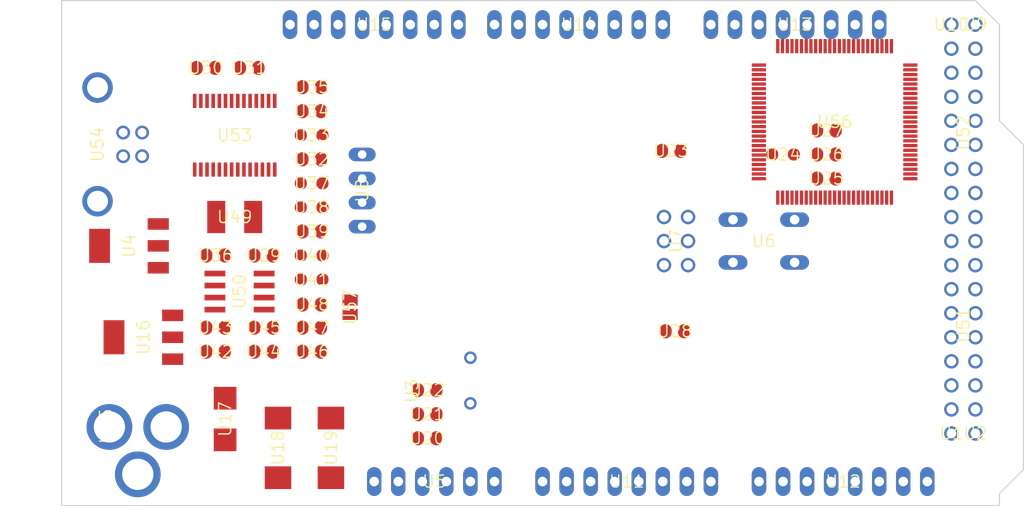
<source format=kicad_pcb>
(kicad_pcb (version 20221018) (generator pcbnew)
  (layers (0 "F.Cu" signal "Top") (31 "B.Cu" signal "Bottom") (34 "B.Paste" user) (35 "F.Paste" user) (36 "B.SilkS" user "B.Silkscreen") (37 "F.SilkS" user "F.Silkscreen") (38 "B.Mask" user) (39 "F.Mask" user) (44 "Edge.Cuts" user))
  (net 0 "")
  (net 1 "+5V")
  (net 2 "GND")
  (net 3 "N$6")
  (net 4 "N$7")
  (net 5 "AREF")
  (net 6 "RESET")
  (net 7 "VIN")
  (net 8 "N$3")
  (net 9 "PWRIN")
  (net 10 "M8RXD")
  (net 11 "M8TXD")
  (net 12 "ADC0")
  (net 13 "ADC2")
  (net 14 "ADC1")
  (net 15 "ADC3")
  (net 16 "ADC4")
  (net 17 "ADC5")
  (net 18 "ADC6")
  (net 19 "ADC7")
  (net 20 "+3V3")
  (net 21 "SDA")
  (net 22 "SCL")
  (net 23 "ADC9")
  (net 24 "ADC8")
  (net 25 "ADC10")
  (net 26 "ADC11")
  (net 27 "ADC12")
  (net 28 "ADC13")
  (net 29 "ADC14")
  (net 30 "ADC15")
  (net 31 "PB3")
  (net 32 "PB2")
  (net 33 "PB1")
  (net 34 "PB5")
  (net 35 "PB4")
  (net 36 "PE5")
  (net 37 "PE4")
  (net 38 "PE3")
  (net 39 "PE1")
  (net 40 "PE0")
  (net 41 "N$15")
  (net 42 "N$53")
  (net 43 "N$54")
  (net 44 "N$55")
  (net 45 "D-")
  (net 46 "D+")
  (net 47 "N$60")
  (net 48 "DTR")
  (net 49 "USBVCC")
  (net 50 "N$2")
  (net 51 "N$4")
  (net 52 "GATE_CMD")
  (net 53 "CMP")
  (net 54 "PB6")
  (net 55 "PH3")
  (net 56 "PH4")
  (net 57 "PH5")
  (net 58 "PH6")
  (net 59 "PG5")
  (net 60 "RXD1")
  (net 61 "TXD1")
  (net 62 "RXD2")
  (net 63 "RXD3")
  (net 64 "TXD2")
  (net 65 "TXD3")
  (net 66 "PC0")
  (net 67 "PC1")
  (net 68 "PC2")
  (net 69 "PC3")
  (net 70 "PC4")
  (net 71 "PC5")
  (net 72 "PC6")
  (net 73 "PC7")
  (net 74 "PB0")
  (net 75 "PG0")
  (net 76 "PG1")
  (net 77 "PG2")
  (net 78 "PD7")
  (net 79 "PA0")
  (net 80 "PA1")
  (net 81 "PA2")
  (net 82 "PA3")
  (net 83 "PA4")
  (net 84 "PA5")
  (net 85 "PA6")
  (net 86 "PA7")
  (net 87 "PL0")
  (net 88 "PL1")
  (net 89 "PL2")
  (net 90 "PL3")
  (net 91 "PL4")
  (net 92 "PL5")
  (net 93 "PL6")
  (net 94 "PL7")
  (net 95 "PB7")
  (net 96 "CTS")
  (net 97 "DSR")
  (net 98 "DCD")
  (net 99 "RI")
  (footprint "Arduino_MEGA_Reference_Design:2X03" (layer "F.Cu") (at 162.5981 103.7336 -90)
    (fp_text reference "U7")
    (fp_text value "")
  )
  (footprint "Arduino_MEGA_Reference_Design:1X08" (layer "F.Cu") (at 152.3111 80.8736 180)
    (fp_text reference "U14")
    (fp_text value "")
  )
  (footprint "Arduino_MEGA_Reference_Design:1X08" (layer "F.Cu") (at 130.7211 80.8736 180)
    (fp_text reference "U15")
    (fp_text value "")
  )
  (footprint "Arduino_MEGA_Reference_Design:SMC_D" (layer "F.Cu") (at 120.5611 125.5776 -90)
    (fp_text reference "U18")
    (fp_text value "")
  )
  (footprint "Arduino_MEGA_Reference_Design:SMC_D" (layer "F.Cu") (at 126.1491 125.5776 -90)
    (fp_text reference "U19")
    (fp_text value "")
  )
  (footprint "Arduino_MEGA_Reference_Design:B3F-10XX" (layer "F.Cu") (at 171.8691 103.7336 180)
    (fp_text reference "U6")
    (fp_text value "")
  )
  (footprint "Arduino_MEGA_Reference_Design:0805RND" (layer "F.Cu") (at 173.9011 94.5896 180)
    (fp_text reference "U24")
    (fp_text value "")
  )
  (footprint "Arduino_MEGA_Reference_Design:SMB" (layer "F.Cu") (at 114.9731 122.5296 -90)
    (fp_text reference "U17")
    (fp_text value "")
  )
  (footprint "Arduino_MEGA_Reference_Design:DC-21MM" (layer "F.Cu") (at 103.0351 123.2916 90)
    (fp_text reference "U55")
    (fp_text value "")
  )
  (footprint "Arduino_MEGA_Reference_Design:HC49_S" (layer "F.Cu") (at 140.8811 118.4656 90)
    (fp_text reference "U3")
    (fp_text value "")
  )
  (footprint "Arduino_MEGA_Reference_Design:SOT223" (layer "F.Cu") (at 106.3371 113.8936 90)
    (fp_text reference "U16")
    (fp_text value "")
  )
  (footprint "Arduino_MEGA_Reference_Design:1X06" (layer "F.Cu") (at 137.0711 129.1336)
    (fp_text reference "U5")
    (fp_text value "")
  )
  (footprint "Arduino_MEGA_Reference_Design:C0805RND" (layer "F.Cu") (at 124.1171 87.4776)
    (fp_text reference "U35")
    (fp_text value "")
  )
  (footprint "Arduino_MEGA_Reference_Design:C0805RND" (layer "F.Cu") (at 162.4711 113.2586)
    (fp_text reference "U28")
    (fp_text value "")
  )
  (footprint "Arduino_MEGA_Reference_Design:C0805RND" (layer "F.Cu") (at 136.3091 122.0216)
    (fp_text reference "U21")
    (fp_text value "")
  )
  (footprint "Arduino_MEGA_Reference_Design:C0805RND" (layer "F.Cu") (at 136.3091 119.4816)
    (fp_text reference "U22")
    (fp_text value "")
  )
  (footprint "Arduino_MEGA_Reference_Design:C0805RND" (layer "F.Cu") (at 113.9571 112.8776)
    (fp_text reference "U43")
    (fp_text value "")
  )
  (footprint "Arduino_MEGA_Reference_Design:RCL_0805RND" (layer "F.Cu") (at 124.1171 105.2576)
    (fp_text reference "U40")
    (fp_text value "")
  )
  (footprint "Arduino_MEGA_Reference_Design:RCL_0805RND" (layer "F.Cu") (at 124.1171 107.7976)
    (fp_text reference "U41")
    (fp_text value "")
  )
  (footprint "Arduino_MEGA_Reference_Design:1X08" (layer "F.Cu") (at 157.3911 129.1336)
    (fp_text reference "U11")
    (fp_text value "")
  )
  (footprint "Arduino_MEGA_Reference_Design:1X08" (layer "F.Cu") (at 175.1711 80.8736 180)
    (fp_text reference "U13")
    (fp_text value "")
  )
  (footprint "Arduino_MEGA_Reference_Design:R0805RND" (layer "F.Cu") (at 178.4731 94.5896 180)
    (fp_text reference "U26")
    (fp_text value "")
  )
  (footprint "Arduino_MEGA_Reference_Design:R0805RND" (layer "F.Cu") (at 178.4731 92.0496 180)
    (fp_text reference "U27")
    (fp_text value "")
  )
  (footprint "Arduino_MEGA_Reference_Design:TQFP100" (layer "F.Cu") (at 179.3481903076172 91.14759826660156 0)
    (fp_text reference "U56")
    (fp_text value "")
  )
  (footprint "Arduino_MEGA_Reference_Design:C0805RND" (layer "F.Cu") (at 162.0901 94.2086 180)
    (fp_text reference "U23")
    (fp_text value "")
  )
  (footprint "Arduino_MEGA_Reference_Design:C0805RND" (layer "F.Cu") (at 136.3091 124.5616)
    (fp_text reference "U20")
    (fp_text value "")
  )
  (footprint "Arduino_MEGA_Reference_Design:1X08" (layer "F.Cu") (at 180.2511 129.1336)
    (fp_text reference "U12")
    (fp_text value "")
  )
  (footprint "Arduino_MEGA_Reference_Design:R0805RND" (layer "F.Cu") (at 124.1171 112.8776)
    (fp_text reference "U47")
    (fp_text value "")
  )
  (footprint "Arduino_MEGA_Reference_Design:C0805RND" (layer "F.Cu") (at 124.1171 115.4176)
    (fp_text reference "U46")
    (fp_text value "")
  )
  (footprint "Arduino_MEGA_Reference_Design:C0805RND" (layer "F.Cu") (at 113.9571 105.2576)
    (fp_text reference "U36")
    (fp_text value "")
  )
  (footprint "Arduino_MEGA_Reference_Design:C0805RND" (layer "F.Cu") (at 112.9411 85.4456)
    (fp_text reference "U30")
    (fp_text value "")
  )
  (footprint "Arduino_MEGA_Reference_Design:0805RND" (layer "F.Cu") (at 124.1171 100.1776 180)
    (fp_text reference "U38")
    (fp_text value "")
  )
  (footprint "Arduino_MEGA_Reference_Design:0805RND" (layer "F.Cu") (at 124.1171 97.6376 180)
    (fp_text reference "U37")
    (fp_text value "")
  )
  (footprint "Arduino_MEGA_Reference_Design:R0805RND" (layer "F.Cu") (at 124.1171 95.0976)
    (fp_text reference "U32")
    (fp_text value "")
  )
  (footprint "Arduino_MEGA_Reference_Design:R0805RND" (layer "F.Cu") (at 124.1171 102.7176)
    (fp_text reference "U39")
    (fp_text value "")
  )
  (footprint "Arduino_MEGA_Reference_Design:SSOP28" (layer "F.Cu") (at 115.9891 92.5576)
    (fp_text reference "U53")
    (fp_text value "")
  )
  (footprint "Arduino_MEGA_Reference_Design:PN61729" (layer "F.Cu") (at 98.9584 93.5228 -90)
    (fp_text reference "U54")
    (fp_text value "")
  )
  (footprint "Arduino_MEGA_Reference_Design:L1812" (layer "F.Cu") (at 115.9891 101.1936)
    (fp_text reference "U49")
    (fp_text value "")
  )
  (footprint "Arduino_MEGA_Reference_Design:C0805RND" (layer "F.Cu") (at 117.5131 85.4456)
    (fp_text reference "U31")
    (fp_text value "")
  )
  (footprint "Arduino_MEGA_Reference_Design:0805RND" (layer "F.Cu") (at 124.1171 92.5576 180)
    (fp_text reference "U33")
    (fp_text value "")
  )
  (footprint "Arduino_MEGA_Reference_Design:R0805RND" (layer "F.Cu") (at 124.1171 90.0176 180)
    (fp_text reference "U34")
    (fp_text value "")
  )
  (footprint "Arduino_MEGA_Reference_Design:C0805RND" (layer "F.Cu") (at 124.1171 110.4392 180)
    (fp_text reference "U48")
    (fp_text value "")
  )
  (footprint "Arduino_MEGA_Reference_Design:SOT223" (layer "F.Cu") (at 104.8131 104.2416 90)
    (fp_text reference "U4")
    (fp_text value "")
  )
  (footprint "Arduino_MEGA_Reference_Design:SO08" (layer "F.Cu") (at 116.4971 109.0676 -90)
    (fp_text reference "U50")
    (fp_text value "")
  )
  (footprint "Arduino_MEGA_Reference_Design:R0805RND" (layer "F.Cu") (at 113.9571 115.4176 180)
    (fp_text reference "U42")
    (fp_text value "")
  )
  (footprint "Arduino_MEGA_Reference_Design:R0805RND" (layer "F.Cu") (at 119.0371 112.8776 180)
    (fp_text reference "U45")
    (fp_text value "")
  )
  (footprint "Arduino_MEGA_Reference_Design:C0805RND" (layer "F.Cu") (at 119.0371 115.4176 180)
    (fp_text reference "U44")
    (fp_text value "")
  )
  (footprint "Arduino_MEGA_Reference_Design:C0805RND" (layer "F.Cu") (at 119.0371 105.2576)
    (fp_text reference "U29")
    (fp_text value "")
  )
  (footprint "Arduino_MEGA_Reference_Design:2X08" (layer "F.Cu") (at 192.9511 92.3036 90)
    (fp_text reference "U52")
    (fp_text value "")
  )
  (footprint "Arduino_MEGA_Reference_Design:2X08" (layer "F.Cu") (at 192.9511 112.6236 90)
    (fp_text reference "U51")
    (fp_text value "")
  )
  (footprint "Arduino_MEGA_Reference_Design:R0805RND" (layer "F.Cu") (at 178.4731 97.1296 180)
    (fp_text reference "U25")
    (fp_text value "")
  )
  (footprint "Arduino_MEGA_Reference_Design:1X01" (layer "F.Cu") (at 191.6811 80.8736)
    (fp_text reference "U10")
    (fp_text value "")
  )
  (footprint "Arduino_MEGA_Reference_Design:1X01" (layer "F.Cu") (at 194.2211 80.8736)
    (fp_text reference "U9")
    (fp_text value "")
  )
  (footprint "Arduino_MEGA_Reference_Design:1X01" (layer "F.Cu") (at 191.6811 124.0536)
    (fp_text reference "U1")
    (fp_text value "")
  )
  (footprint "Arduino_MEGA_Reference_Design:1X01" (layer "F.Cu") (at 194.2211 124.0536)
    (fp_text reference "U2")
    (fp_text value "")
  )
  (footprint "Arduino_MEGA_Reference_Design:SJ" (layer "F.Cu") (at 128.1811 110.7186 -90)
    (fp_text reference "U57")
    (fp_text value "")
  )
  (footprint "Arduino_MEGA_Reference_Design:JP4" (layer "F.Cu") (at 129.4511 98.3996 -90)
    (fp_text reference "U8")
    (fp_text value "")
  )
  (gr_line (start 196.7611 80.8736) (end 196.7611 91.0336) (layer "Edge.Cuts") (width 0.12))
  (gr_line (start 196.7611 130.4036) (end 196.7611 131.6736) (layer "Edge.Cuts") (width 0.12))
  (gr_line (start 194.2211 78.3336) (end 196.7611 80.8736) (layer "Edge.Cuts") (width 0.12))
  (gr_line (start 97.7011 78.3336) (end 194.2211 78.3336) (layer "Edge.Cuts") (width 0.12))
  (gr_line (start 196.7611 91.0336) (end 199.3011 93.5736) (layer "Edge.Cuts") (width 0.12))
  (gr_line (start 97.7011 131.6736) (end 97.7011 78.3336) (layer "Edge.Cuts") (width 0.12))
  (gr_line (start 196.7611 131.6736) (end 97.7011 131.6736) (layer "Edge.Cuts") (width 0.12))
  (gr_line (start 199.3011 93.5736) (end 199.3011 127.8636) (layer "Edge.Cuts") (width 0.12))
  (gr_line (start 199.3011 127.8636) (end 196.7611 130.4036) (layer "Edge.Cuts") (width 0.12))
)
</source>
